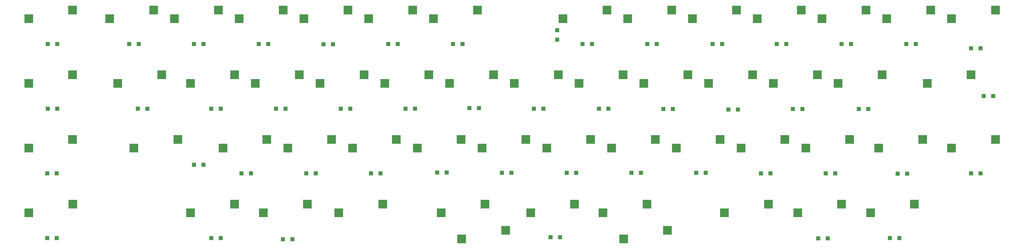
<source format=gbp>
G04 #@! TF.GenerationSoftware,KiCad,Pcbnew,(5.1.10)-1*
G04 #@! TF.CreationDate,2021-12-09T13:09:40+07:00*
G04 #@! TF.ProjectId,CK50,434b3530-2e6b-4696-9361-645f70636258,rev?*
G04 #@! TF.SameCoordinates,Original*
G04 #@! TF.FileFunction,Paste,Bot*
G04 #@! TF.FilePolarity,Positive*
%FSLAX46Y46*%
G04 Gerber Fmt 4.6, Leading zero omitted, Abs format (unit mm)*
G04 Created by KiCad (PCBNEW (5.1.10)-1) date 2021-12-09 13:09:40*
%MOMM*%
%LPD*%
G01*
G04 APERTURE LIST*
%ADD10R,2.550000X2.500000*%
%ADD11R,1.200000X1.200000*%
G04 APERTURE END LIST*
D10*
X307213000Y-172974000D03*
X320140000Y-170434000D03*
X354838000Y-172974000D03*
X367765000Y-170434000D03*
X361721400Y-162788600D03*
X348794400Y-165328600D03*
X314096400Y-162788600D03*
X301169400Y-165328600D03*
D11*
X333372000Y-172466000D03*
X336172000Y-172466000D03*
D10*
X340407344Y-162797984D03*
X327480344Y-165337984D03*
X397433800Y-162763200D03*
X384506800Y-165303200D03*
X283972000Y-162788600D03*
X271045000Y-165328600D03*
D11*
X254632000Y-173101000D03*
X257432000Y-173101000D03*
D10*
X261806312Y-162797984D03*
X248879312Y-165337984D03*
D11*
X376171000Y-153543000D03*
X378971000Y-153543000D03*
D10*
X383269808Y-143748000D03*
X370342808Y-146288000D03*
D11*
X357121000Y-153543000D03*
X359921000Y-153543000D03*
X338071000Y-153543000D03*
X340871000Y-153543000D03*
D10*
X364219824Y-143748000D03*
X351292824Y-146288000D03*
X345169840Y-143748000D03*
X332242840Y-146288000D03*
D11*
X366519000Y-134747000D03*
X369319000Y-134747000D03*
X347596000Y-134620000D03*
X350396000Y-134620000D03*
D10*
X373744816Y-124698016D03*
X360817816Y-127238016D03*
X354694832Y-124698016D03*
X341767832Y-127238016D03*
D11*
X328419000Y-134620000D03*
X331219000Y-134620000D03*
D10*
X335644848Y-124698016D03*
X322717848Y-127238016D03*
D11*
X309496000Y-134493000D03*
X312296000Y-134493000D03*
X319021000Y-153543000D03*
X321821000Y-153543000D03*
X299971000Y-153416000D03*
X302771000Y-153416000D03*
D10*
X316594864Y-124698016D03*
X303667864Y-127238016D03*
X326119856Y-143748000D03*
X313192856Y-146288000D03*
X307069872Y-143748000D03*
X294142872Y-146288000D03*
D11*
X395221000Y-153670000D03*
X398021000Y-153670000D03*
X385696000Y-134874000D03*
X388496000Y-134874000D03*
D10*
X402319792Y-143748000D03*
X389392792Y-146288000D03*
X392794800Y-124698016D03*
X379867800Y-127238016D03*
D11*
X404619000Y-134747000D03*
X407419000Y-134747000D03*
D10*
X411844784Y-124698016D03*
X398917784Y-127238016D03*
D11*
X424050000Y-134747000D03*
X426850000Y-134747000D03*
D10*
X430894768Y-124698016D03*
X417967768Y-127238016D03*
X421369776Y-143748000D03*
X408442776Y-146288000D03*
D11*
X414271000Y-153670000D03*
X417071000Y-153670000D03*
D10*
X418988528Y-162797984D03*
X406061528Y-165337984D03*
D11*
X412112000Y-172847000D03*
X414912000Y-172847000D03*
X433194000Y-172720000D03*
X435994000Y-172720000D03*
D10*
X440419760Y-162797984D03*
X427492760Y-165337984D03*
D11*
X381000000Y-115570000D03*
X383800000Y-115570000D03*
D10*
X388032304Y-105648032D03*
X375105304Y-108188032D03*
D11*
X435480000Y-153800000D03*
X438280000Y-153800000D03*
D10*
X442801008Y-143748000D03*
X429874008Y-146288000D03*
D11*
X457070000Y-153670000D03*
X459870000Y-153670000D03*
D10*
X464232240Y-143748000D03*
X451305240Y-146288000D03*
D11*
X460753000Y-130937000D03*
X463553000Y-130937000D03*
D10*
X457088496Y-124698016D03*
X444161496Y-127238016D03*
D11*
X438020000Y-115570000D03*
X440820000Y-115570000D03*
D10*
X464232240Y-105648032D03*
X451305240Y-108188032D03*
X445182256Y-105648032D03*
X432255256Y-108188032D03*
D11*
X457070000Y-116840000D03*
X459870000Y-116840000D03*
X418970000Y-115570000D03*
X421770000Y-115570000D03*
X399920000Y-115570000D03*
X402720000Y-115570000D03*
D10*
X426132272Y-105648032D03*
X413205272Y-108188032D03*
X407082288Y-105648032D03*
X394155288Y-108188032D03*
D11*
X280540000Y-153670000D03*
X283340000Y-153670000D03*
X290700000Y-134620000D03*
X293500000Y-134620000D03*
D10*
X297544880Y-124698016D03*
X284617880Y-127238016D03*
D11*
X261490000Y-153670000D03*
X264290000Y-153670000D03*
D10*
X288019888Y-143748000D03*
X275092888Y-146288000D03*
X268969904Y-143748000D03*
X256042904Y-146288000D03*
D11*
X361820000Y-115570000D03*
X364620000Y-115570000D03*
D10*
X368982320Y-105648032D03*
X356055320Y-108188032D03*
D11*
X342770000Y-115570000D03*
X345570000Y-115570000D03*
D10*
X349932336Y-105648032D03*
X337005336Y-108188032D03*
D11*
X335280000Y-111500000D03*
X335280000Y-114300000D03*
X304670000Y-115570000D03*
X307470000Y-115570000D03*
D10*
X311832368Y-105648032D03*
X298905368Y-108188032D03*
X292782384Y-105648032D03*
X279855384Y-108188032D03*
D11*
X266570000Y-115700000D03*
X269370000Y-115700000D03*
X285620000Y-115570000D03*
X288420000Y-115570000D03*
X271650000Y-134620000D03*
X274450000Y-134620000D03*
X252600000Y-134620000D03*
X255400000Y-134620000D03*
D10*
X278494896Y-124698016D03*
X265567896Y-127238016D03*
X259444912Y-124698016D03*
X246517912Y-127238016D03*
X273732400Y-105648032D03*
X260805400Y-108188032D03*
D11*
X247520000Y-115570000D03*
X250320000Y-115570000D03*
D10*
X254682416Y-105648032D03*
X241755416Y-108188032D03*
D11*
X242440000Y-153670000D03*
X245240000Y-153670000D03*
D10*
X249919920Y-143748000D03*
X236992920Y-146288000D03*
D11*
X233550000Y-134620000D03*
X236350000Y-134620000D03*
D10*
X240394928Y-124698016D03*
X227467928Y-127238016D03*
D11*
X228470000Y-115570000D03*
X231270000Y-115570000D03*
D10*
X235632432Y-105648032D03*
X222705432Y-108188032D03*
D11*
X233550000Y-172720000D03*
X236350000Y-172720000D03*
D10*
X240394928Y-162797984D03*
X227467928Y-165337984D03*
D11*
X228470000Y-151130000D03*
X231270000Y-151130000D03*
D10*
X223726192Y-143748000D03*
X210799192Y-146288000D03*
D11*
X211960000Y-134620000D03*
X214760000Y-134620000D03*
D10*
X218963696Y-124698016D03*
X206036696Y-127238016D03*
D11*
X209420000Y-115570000D03*
X212220000Y-115570000D03*
D10*
X216582448Y-105648032D03*
X203655448Y-108188032D03*
D11*
X185290000Y-172720000D03*
X188090000Y-172720000D03*
D10*
X192789816Y-162797984D03*
X179862816Y-165337984D03*
X192769968Y-143748000D03*
X179842968Y-146288000D03*
D11*
X185290000Y-153670000D03*
X188090000Y-153670000D03*
D10*
X192769968Y-124698016D03*
X179842968Y-127238016D03*
D11*
X185420000Y-134620000D03*
X188220000Y-134620000D03*
X185420000Y-115570000D03*
X188220000Y-115570000D03*
D10*
X192770125Y-105648125D03*
X179843125Y-108188125D03*
M02*

</source>
